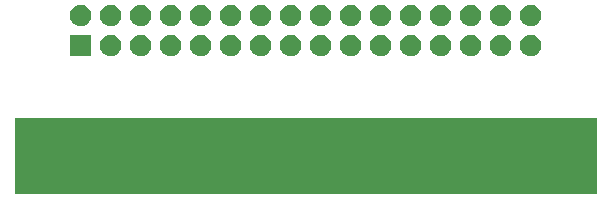
<source format=gbr>
G04 #@! TF.GenerationSoftware,KiCad,Pcbnew,5.1.5-52549c5~84~ubuntu18.04.1*
G04 #@! TF.CreationDate,2020-01-08T15:02:31-08:00*
G04 #@! TF.ProjectId,Breakout,42726561-6b6f-4757-942e-6b696361645f,A*
G04 #@! TF.SameCoordinates,Original*
G04 #@! TF.FileFunction,Soldermask,Top*
G04 #@! TF.FilePolarity,Negative*
%FSLAX46Y46*%
G04 Gerber Fmt 4.6, Leading zero omitted, Abs format (unit mm)*
G04 Created by KiCad (PCBNEW 5.1.5-52549c5~84~ubuntu18.04.1) date 2020-01-08 15:02:31*
%MOMM*%
%LPD*%
G04 APERTURE LIST*
%ADD10C,0.100000*%
G04 APERTURE END LIST*
D10*
G36*
X164300000Y-95700000D02*
G01*
X115100000Y-95700000D01*
X115100000Y-102000000D01*
X164300000Y-102000000D01*
X164300000Y-95700000D01*
G37*
X164300000Y-95700000D02*
X115100000Y-95700000D01*
X115100000Y-102000000D01*
X164300000Y-102000000D01*
X164300000Y-95700000D01*
G36*
X158863512Y-88638927D02*
G01*
X159012812Y-88668624D01*
X159176784Y-88736544D01*
X159324354Y-88835147D01*
X159449853Y-88960646D01*
X159548456Y-89108216D01*
X159616376Y-89272188D01*
X159651000Y-89446259D01*
X159651000Y-89623741D01*
X159616376Y-89797812D01*
X159548456Y-89961784D01*
X159449853Y-90109354D01*
X159324354Y-90234853D01*
X159176784Y-90333456D01*
X159012812Y-90401376D01*
X158863512Y-90431073D01*
X158838742Y-90436000D01*
X158661258Y-90436000D01*
X158636488Y-90431073D01*
X158487188Y-90401376D01*
X158323216Y-90333456D01*
X158175646Y-90234853D01*
X158050147Y-90109354D01*
X157951544Y-89961784D01*
X157883624Y-89797812D01*
X157849000Y-89623741D01*
X157849000Y-89446259D01*
X157883624Y-89272188D01*
X157951544Y-89108216D01*
X158050147Y-88960646D01*
X158175646Y-88835147D01*
X158323216Y-88736544D01*
X158487188Y-88668624D01*
X158636488Y-88638927D01*
X158661258Y-88634000D01*
X158838742Y-88634000D01*
X158863512Y-88638927D01*
G37*
G36*
X138543512Y-88638927D02*
G01*
X138692812Y-88668624D01*
X138856784Y-88736544D01*
X139004354Y-88835147D01*
X139129853Y-88960646D01*
X139228456Y-89108216D01*
X139296376Y-89272188D01*
X139331000Y-89446259D01*
X139331000Y-89623741D01*
X139296376Y-89797812D01*
X139228456Y-89961784D01*
X139129853Y-90109354D01*
X139004354Y-90234853D01*
X138856784Y-90333456D01*
X138692812Y-90401376D01*
X138543512Y-90431073D01*
X138518742Y-90436000D01*
X138341258Y-90436000D01*
X138316488Y-90431073D01*
X138167188Y-90401376D01*
X138003216Y-90333456D01*
X137855646Y-90234853D01*
X137730147Y-90109354D01*
X137631544Y-89961784D01*
X137563624Y-89797812D01*
X137529000Y-89623741D01*
X137529000Y-89446259D01*
X137563624Y-89272188D01*
X137631544Y-89108216D01*
X137730147Y-88960646D01*
X137855646Y-88835147D01*
X138003216Y-88736544D01*
X138167188Y-88668624D01*
X138316488Y-88638927D01*
X138341258Y-88634000D01*
X138518742Y-88634000D01*
X138543512Y-88638927D01*
G37*
G36*
X121551000Y-90436000D02*
G01*
X119749000Y-90436000D01*
X119749000Y-88634000D01*
X121551000Y-88634000D01*
X121551000Y-90436000D01*
G37*
G36*
X123303512Y-88638927D02*
G01*
X123452812Y-88668624D01*
X123616784Y-88736544D01*
X123764354Y-88835147D01*
X123889853Y-88960646D01*
X123988456Y-89108216D01*
X124056376Y-89272188D01*
X124091000Y-89446259D01*
X124091000Y-89623741D01*
X124056376Y-89797812D01*
X123988456Y-89961784D01*
X123889853Y-90109354D01*
X123764354Y-90234853D01*
X123616784Y-90333456D01*
X123452812Y-90401376D01*
X123303512Y-90431073D01*
X123278742Y-90436000D01*
X123101258Y-90436000D01*
X123076488Y-90431073D01*
X122927188Y-90401376D01*
X122763216Y-90333456D01*
X122615646Y-90234853D01*
X122490147Y-90109354D01*
X122391544Y-89961784D01*
X122323624Y-89797812D01*
X122289000Y-89623741D01*
X122289000Y-89446259D01*
X122323624Y-89272188D01*
X122391544Y-89108216D01*
X122490147Y-88960646D01*
X122615646Y-88835147D01*
X122763216Y-88736544D01*
X122927188Y-88668624D01*
X123076488Y-88638927D01*
X123101258Y-88634000D01*
X123278742Y-88634000D01*
X123303512Y-88638927D01*
G37*
G36*
X125843512Y-88638927D02*
G01*
X125992812Y-88668624D01*
X126156784Y-88736544D01*
X126304354Y-88835147D01*
X126429853Y-88960646D01*
X126528456Y-89108216D01*
X126596376Y-89272188D01*
X126631000Y-89446259D01*
X126631000Y-89623741D01*
X126596376Y-89797812D01*
X126528456Y-89961784D01*
X126429853Y-90109354D01*
X126304354Y-90234853D01*
X126156784Y-90333456D01*
X125992812Y-90401376D01*
X125843512Y-90431073D01*
X125818742Y-90436000D01*
X125641258Y-90436000D01*
X125616488Y-90431073D01*
X125467188Y-90401376D01*
X125303216Y-90333456D01*
X125155646Y-90234853D01*
X125030147Y-90109354D01*
X124931544Y-89961784D01*
X124863624Y-89797812D01*
X124829000Y-89623741D01*
X124829000Y-89446259D01*
X124863624Y-89272188D01*
X124931544Y-89108216D01*
X125030147Y-88960646D01*
X125155646Y-88835147D01*
X125303216Y-88736544D01*
X125467188Y-88668624D01*
X125616488Y-88638927D01*
X125641258Y-88634000D01*
X125818742Y-88634000D01*
X125843512Y-88638927D01*
G37*
G36*
X128383512Y-88638927D02*
G01*
X128532812Y-88668624D01*
X128696784Y-88736544D01*
X128844354Y-88835147D01*
X128969853Y-88960646D01*
X129068456Y-89108216D01*
X129136376Y-89272188D01*
X129171000Y-89446259D01*
X129171000Y-89623741D01*
X129136376Y-89797812D01*
X129068456Y-89961784D01*
X128969853Y-90109354D01*
X128844354Y-90234853D01*
X128696784Y-90333456D01*
X128532812Y-90401376D01*
X128383512Y-90431073D01*
X128358742Y-90436000D01*
X128181258Y-90436000D01*
X128156488Y-90431073D01*
X128007188Y-90401376D01*
X127843216Y-90333456D01*
X127695646Y-90234853D01*
X127570147Y-90109354D01*
X127471544Y-89961784D01*
X127403624Y-89797812D01*
X127369000Y-89623741D01*
X127369000Y-89446259D01*
X127403624Y-89272188D01*
X127471544Y-89108216D01*
X127570147Y-88960646D01*
X127695646Y-88835147D01*
X127843216Y-88736544D01*
X128007188Y-88668624D01*
X128156488Y-88638927D01*
X128181258Y-88634000D01*
X128358742Y-88634000D01*
X128383512Y-88638927D01*
G37*
G36*
X130923512Y-88638927D02*
G01*
X131072812Y-88668624D01*
X131236784Y-88736544D01*
X131384354Y-88835147D01*
X131509853Y-88960646D01*
X131608456Y-89108216D01*
X131676376Y-89272188D01*
X131711000Y-89446259D01*
X131711000Y-89623741D01*
X131676376Y-89797812D01*
X131608456Y-89961784D01*
X131509853Y-90109354D01*
X131384354Y-90234853D01*
X131236784Y-90333456D01*
X131072812Y-90401376D01*
X130923512Y-90431073D01*
X130898742Y-90436000D01*
X130721258Y-90436000D01*
X130696488Y-90431073D01*
X130547188Y-90401376D01*
X130383216Y-90333456D01*
X130235646Y-90234853D01*
X130110147Y-90109354D01*
X130011544Y-89961784D01*
X129943624Y-89797812D01*
X129909000Y-89623741D01*
X129909000Y-89446259D01*
X129943624Y-89272188D01*
X130011544Y-89108216D01*
X130110147Y-88960646D01*
X130235646Y-88835147D01*
X130383216Y-88736544D01*
X130547188Y-88668624D01*
X130696488Y-88638927D01*
X130721258Y-88634000D01*
X130898742Y-88634000D01*
X130923512Y-88638927D01*
G37*
G36*
X133463512Y-88638927D02*
G01*
X133612812Y-88668624D01*
X133776784Y-88736544D01*
X133924354Y-88835147D01*
X134049853Y-88960646D01*
X134148456Y-89108216D01*
X134216376Y-89272188D01*
X134251000Y-89446259D01*
X134251000Y-89623741D01*
X134216376Y-89797812D01*
X134148456Y-89961784D01*
X134049853Y-90109354D01*
X133924354Y-90234853D01*
X133776784Y-90333456D01*
X133612812Y-90401376D01*
X133463512Y-90431073D01*
X133438742Y-90436000D01*
X133261258Y-90436000D01*
X133236488Y-90431073D01*
X133087188Y-90401376D01*
X132923216Y-90333456D01*
X132775646Y-90234853D01*
X132650147Y-90109354D01*
X132551544Y-89961784D01*
X132483624Y-89797812D01*
X132449000Y-89623741D01*
X132449000Y-89446259D01*
X132483624Y-89272188D01*
X132551544Y-89108216D01*
X132650147Y-88960646D01*
X132775646Y-88835147D01*
X132923216Y-88736544D01*
X133087188Y-88668624D01*
X133236488Y-88638927D01*
X133261258Y-88634000D01*
X133438742Y-88634000D01*
X133463512Y-88638927D01*
G37*
G36*
X136003512Y-88638927D02*
G01*
X136152812Y-88668624D01*
X136316784Y-88736544D01*
X136464354Y-88835147D01*
X136589853Y-88960646D01*
X136688456Y-89108216D01*
X136756376Y-89272188D01*
X136791000Y-89446259D01*
X136791000Y-89623741D01*
X136756376Y-89797812D01*
X136688456Y-89961784D01*
X136589853Y-90109354D01*
X136464354Y-90234853D01*
X136316784Y-90333456D01*
X136152812Y-90401376D01*
X136003512Y-90431073D01*
X135978742Y-90436000D01*
X135801258Y-90436000D01*
X135776488Y-90431073D01*
X135627188Y-90401376D01*
X135463216Y-90333456D01*
X135315646Y-90234853D01*
X135190147Y-90109354D01*
X135091544Y-89961784D01*
X135023624Y-89797812D01*
X134989000Y-89623741D01*
X134989000Y-89446259D01*
X135023624Y-89272188D01*
X135091544Y-89108216D01*
X135190147Y-88960646D01*
X135315646Y-88835147D01*
X135463216Y-88736544D01*
X135627188Y-88668624D01*
X135776488Y-88638927D01*
X135801258Y-88634000D01*
X135978742Y-88634000D01*
X136003512Y-88638927D01*
G37*
G36*
X141083512Y-88638927D02*
G01*
X141232812Y-88668624D01*
X141396784Y-88736544D01*
X141544354Y-88835147D01*
X141669853Y-88960646D01*
X141768456Y-89108216D01*
X141836376Y-89272188D01*
X141871000Y-89446259D01*
X141871000Y-89623741D01*
X141836376Y-89797812D01*
X141768456Y-89961784D01*
X141669853Y-90109354D01*
X141544354Y-90234853D01*
X141396784Y-90333456D01*
X141232812Y-90401376D01*
X141083512Y-90431073D01*
X141058742Y-90436000D01*
X140881258Y-90436000D01*
X140856488Y-90431073D01*
X140707188Y-90401376D01*
X140543216Y-90333456D01*
X140395646Y-90234853D01*
X140270147Y-90109354D01*
X140171544Y-89961784D01*
X140103624Y-89797812D01*
X140069000Y-89623741D01*
X140069000Y-89446259D01*
X140103624Y-89272188D01*
X140171544Y-89108216D01*
X140270147Y-88960646D01*
X140395646Y-88835147D01*
X140543216Y-88736544D01*
X140707188Y-88668624D01*
X140856488Y-88638927D01*
X140881258Y-88634000D01*
X141058742Y-88634000D01*
X141083512Y-88638927D01*
G37*
G36*
X143623512Y-88638927D02*
G01*
X143772812Y-88668624D01*
X143936784Y-88736544D01*
X144084354Y-88835147D01*
X144209853Y-88960646D01*
X144308456Y-89108216D01*
X144376376Y-89272188D01*
X144411000Y-89446259D01*
X144411000Y-89623741D01*
X144376376Y-89797812D01*
X144308456Y-89961784D01*
X144209853Y-90109354D01*
X144084354Y-90234853D01*
X143936784Y-90333456D01*
X143772812Y-90401376D01*
X143623512Y-90431073D01*
X143598742Y-90436000D01*
X143421258Y-90436000D01*
X143396488Y-90431073D01*
X143247188Y-90401376D01*
X143083216Y-90333456D01*
X142935646Y-90234853D01*
X142810147Y-90109354D01*
X142711544Y-89961784D01*
X142643624Y-89797812D01*
X142609000Y-89623741D01*
X142609000Y-89446259D01*
X142643624Y-89272188D01*
X142711544Y-89108216D01*
X142810147Y-88960646D01*
X142935646Y-88835147D01*
X143083216Y-88736544D01*
X143247188Y-88668624D01*
X143396488Y-88638927D01*
X143421258Y-88634000D01*
X143598742Y-88634000D01*
X143623512Y-88638927D01*
G37*
G36*
X146163512Y-88638927D02*
G01*
X146312812Y-88668624D01*
X146476784Y-88736544D01*
X146624354Y-88835147D01*
X146749853Y-88960646D01*
X146848456Y-89108216D01*
X146916376Y-89272188D01*
X146951000Y-89446259D01*
X146951000Y-89623741D01*
X146916376Y-89797812D01*
X146848456Y-89961784D01*
X146749853Y-90109354D01*
X146624354Y-90234853D01*
X146476784Y-90333456D01*
X146312812Y-90401376D01*
X146163512Y-90431073D01*
X146138742Y-90436000D01*
X145961258Y-90436000D01*
X145936488Y-90431073D01*
X145787188Y-90401376D01*
X145623216Y-90333456D01*
X145475646Y-90234853D01*
X145350147Y-90109354D01*
X145251544Y-89961784D01*
X145183624Y-89797812D01*
X145149000Y-89623741D01*
X145149000Y-89446259D01*
X145183624Y-89272188D01*
X145251544Y-89108216D01*
X145350147Y-88960646D01*
X145475646Y-88835147D01*
X145623216Y-88736544D01*
X145787188Y-88668624D01*
X145936488Y-88638927D01*
X145961258Y-88634000D01*
X146138742Y-88634000D01*
X146163512Y-88638927D01*
G37*
G36*
X148703512Y-88638927D02*
G01*
X148852812Y-88668624D01*
X149016784Y-88736544D01*
X149164354Y-88835147D01*
X149289853Y-88960646D01*
X149388456Y-89108216D01*
X149456376Y-89272188D01*
X149491000Y-89446259D01*
X149491000Y-89623741D01*
X149456376Y-89797812D01*
X149388456Y-89961784D01*
X149289853Y-90109354D01*
X149164354Y-90234853D01*
X149016784Y-90333456D01*
X148852812Y-90401376D01*
X148703512Y-90431073D01*
X148678742Y-90436000D01*
X148501258Y-90436000D01*
X148476488Y-90431073D01*
X148327188Y-90401376D01*
X148163216Y-90333456D01*
X148015646Y-90234853D01*
X147890147Y-90109354D01*
X147791544Y-89961784D01*
X147723624Y-89797812D01*
X147689000Y-89623741D01*
X147689000Y-89446259D01*
X147723624Y-89272188D01*
X147791544Y-89108216D01*
X147890147Y-88960646D01*
X148015646Y-88835147D01*
X148163216Y-88736544D01*
X148327188Y-88668624D01*
X148476488Y-88638927D01*
X148501258Y-88634000D01*
X148678742Y-88634000D01*
X148703512Y-88638927D01*
G37*
G36*
X151243512Y-88638927D02*
G01*
X151392812Y-88668624D01*
X151556784Y-88736544D01*
X151704354Y-88835147D01*
X151829853Y-88960646D01*
X151928456Y-89108216D01*
X151996376Y-89272188D01*
X152031000Y-89446259D01*
X152031000Y-89623741D01*
X151996376Y-89797812D01*
X151928456Y-89961784D01*
X151829853Y-90109354D01*
X151704354Y-90234853D01*
X151556784Y-90333456D01*
X151392812Y-90401376D01*
X151243512Y-90431073D01*
X151218742Y-90436000D01*
X151041258Y-90436000D01*
X151016488Y-90431073D01*
X150867188Y-90401376D01*
X150703216Y-90333456D01*
X150555646Y-90234853D01*
X150430147Y-90109354D01*
X150331544Y-89961784D01*
X150263624Y-89797812D01*
X150229000Y-89623741D01*
X150229000Y-89446259D01*
X150263624Y-89272188D01*
X150331544Y-89108216D01*
X150430147Y-88960646D01*
X150555646Y-88835147D01*
X150703216Y-88736544D01*
X150867188Y-88668624D01*
X151016488Y-88638927D01*
X151041258Y-88634000D01*
X151218742Y-88634000D01*
X151243512Y-88638927D01*
G37*
G36*
X153783512Y-88638927D02*
G01*
X153932812Y-88668624D01*
X154096784Y-88736544D01*
X154244354Y-88835147D01*
X154369853Y-88960646D01*
X154468456Y-89108216D01*
X154536376Y-89272188D01*
X154571000Y-89446259D01*
X154571000Y-89623741D01*
X154536376Y-89797812D01*
X154468456Y-89961784D01*
X154369853Y-90109354D01*
X154244354Y-90234853D01*
X154096784Y-90333456D01*
X153932812Y-90401376D01*
X153783512Y-90431073D01*
X153758742Y-90436000D01*
X153581258Y-90436000D01*
X153556488Y-90431073D01*
X153407188Y-90401376D01*
X153243216Y-90333456D01*
X153095646Y-90234853D01*
X152970147Y-90109354D01*
X152871544Y-89961784D01*
X152803624Y-89797812D01*
X152769000Y-89623741D01*
X152769000Y-89446259D01*
X152803624Y-89272188D01*
X152871544Y-89108216D01*
X152970147Y-88960646D01*
X153095646Y-88835147D01*
X153243216Y-88736544D01*
X153407188Y-88668624D01*
X153556488Y-88638927D01*
X153581258Y-88634000D01*
X153758742Y-88634000D01*
X153783512Y-88638927D01*
G37*
G36*
X156323512Y-88638927D02*
G01*
X156472812Y-88668624D01*
X156636784Y-88736544D01*
X156784354Y-88835147D01*
X156909853Y-88960646D01*
X157008456Y-89108216D01*
X157076376Y-89272188D01*
X157111000Y-89446259D01*
X157111000Y-89623741D01*
X157076376Y-89797812D01*
X157008456Y-89961784D01*
X156909853Y-90109354D01*
X156784354Y-90234853D01*
X156636784Y-90333456D01*
X156472812Y-90401376D01*
X156323512Y-90431073D01*
X156298742Y-90436000D01*
X156121258Y-90436000D01*
X156096488Y-90431073D01*
X155947188Y-90401376D01*
X155783216Y-90333456D01*
X155635646Y-90234853D01*
X155510147Y-90109354D01*
X155411544Y-89961784D01*
X155343624Y-89797812D01*
X155309000Y-89623741D01*
X155309000Y-89446259D01*
X155343624Y-89272188D01*
X155411544Y-89108216D01*
X155510147Y-88960646D01*
X155635646Y-88835147D01*
X155783216Y-88736544D01*
X155947188Y-88668624D01*
X156096488Y-88638927D01*
X156121258Y-88634000D01*
X156298742Y-88634000D01*
X156323512Y-88638927D01*
G37*
G36*
X156323512Y-86098927D02*
G01*
X156472812Y-86128624D01*
X156636784Y-86196544D01*
X156784354Y-86295147D01*
X156909853Y-86420646D01*
X157008456Y-86568216D01*
X157076376Y-86732188D01*
X157111000Y-86906259D01*
X157111000Y-87083741D01*
X157076376Y-87257812D01*
X157008456Y-87421784D01*
X156909853Y-87569354D01*
X156784354Y-87694853D01*
X156636784Y-87793456D01*
X156472812Y-87861376D01*
X156323512Y-87891073D01*
X156298742Y-87896000D01*
X156121258Y-87896000D01*
X156096488Y-87891073D01*
X155947188Y-87861376D01*
X155783216Y-87793456D01*
X155635646Y-87694853D01*
X155510147Y-87569354D01*
X155411544Y-87421784D01*
X155343624Y-87257812D01*
X155309000Y-87083741D01*
X155309000Y-86906259D01*
X155343624Y-86732188D01*
X155411544Y-86568216D01*
X155510147Y-86420646D01*
X155635646Y-86295147D01*
X155783216Y-86196544D01*
X155947188Y-86128624D01*
X156096488Y-86098927D01*
X156121258Y-86094000D01*
X156298742Y-86094000D01*
X156323512Y-86098927D01*
G37*
G36*
X158863512Y-86098927D02*
G01*
X159012812Y-86128624D01*
X159176784Y-86196544D01*
X159324354Y-86295147D01*
X159449853Y-86420646D01*
X159548456Y-86568216D01*
X159616376Y-86732188D01*
X159651000Y-86906259D01*
X159651000Y-87083741D01*
X159616376Y-87257812D01*
X159548456Y-87421784D01*
X159449853Y-87569354D01*
X159324354Y-87694853D01*
X159176784Y-87793456D01*
X159012812Y-87861376D01*
X158863512Y-87891073D01*
X158838742Y-87896000D01*
X158661258Y-87896000D01*
X158636488Y-87891073D01*
X158487188Y-87861376D01*
X158323216Y-87793456D01*
X158175646Y-87694853D01*
X158050147Y-87569354D01*
X157951544Y-87421784D01*
X157883624Y-87257812D01*
X157849000Y-87083741D01*
X157849000Y-86906259D01*
X157883624Y-86732188D01*
X157951544Y-86568216D01*
X158050147Y-86420646D01*
X158175646Y-86295147D01*
X158323216Y-86196544D01*
X158487188Y-86128624D01*
X158636488Y-86098927D01*
X158661258Y-86094000D01*
X158838742Y-86094000D01*
X158863512Y-86098927D01*
G37*
G36*
X146163512Y-86098927D02*
G01*
X146312812Y-86128624D01*
X146476784Y-86196544D01*
X146624354Y-86295147D01*
X146749853Y-86420646D01*
X146848456Y-86568216D01*
X146916376Y-86732188D01*
X146951000Y-86906259D01*
X146951000Y-87083741D01*
X146916376Y-87257812D01*
X146848456Y-87421784D01*
X146749853Y-87569354D01*
X146624354Y-87694853D01*
X146476784Y-87793456D01*
X146312812Y-87861376D01*
X146163512Y-87891073D01*
X146138742Y-87896000D01*
X145961258Y-87896000D01*
X145936488Y-87891073D01*
X145787188Y-87861376D01*
X145623216Y-87793456D01*
X145475646Y-87694853D01*
X145350147Y-87569354D01*
X145251544Y-87421784D01*
X145183624Y-87257812D01*
X145149000Y-87083741D01*
X145149000Y-86906259D01*
X145183624Y-86732188D01*
X145251544Y-86568216D01*
X145350147Y-86420646D01*
X145475646Y-86295147D01*
X145623216Y-86196544D01*
X145787188Y-86128624D01*
X145936488Y-86098927D01*
X145961258Y-86094000D01*
X146138742Y-86094000D01*
X146163512Y-86098927D01*
G37*
G36*
X151243512Y-86098927D02*
G01*
X151392812Y-86128624D01*
X151556784Y-86196544D01*
X151704354Y-86295147D01*
X151829853Y-86420646D01*
X151928456Y-86568216D01*
X151996376Y-86732188D01*
X152031000Y-86906259D01*
X152031000Y-87083741D01*
X151996376Y-87257812D01*
X151928456Y-87421784D01*
X151829853Y-87569354D01*
X151704354Y-87694853D01*
X151556784Y-87793456D01*
X151392812Y-87861376D01*
X151243512Y-87891073D01*
X151218742Y-87896000D01*
X151041258Y-87896000D01*
X151016488Y-87891073D01*
X150867188Y-87861376D01*
X150703216Y-87793456D01*
X150555646Y-87694853D01*
X150430147Y-87569354D01*
X150331544Y-87421784D01*
X150263624Y-87257812D01*
X150229000Y-87083741D01*
X150229000Y-86906259D01*
X150263624Y-86732188D01*
X150331544Y-86568216D01*
X150430147Y-86420646D01*
X150555646Y-86295147D01*
X150703216Y-86196544D01*
X150867188Y-86128624D01*
X151016488Y-86098927D01*
X151041258Y-86094000D01*
X151218742Y-86094000D01*
X151243512Y-86098927D01*
G37*
G36*
X153783512Y-86098927D02*
G01*
X153932812Y-86128624D01*
X154096784Y-86196544D01*
X154244354Y-86295147D01*
X154369853Y-86420646D01*
X154468456Y-86568216D01*
X154536376Y-86732188D01*
X154571000Y-86906259D01*
X154571000Y-87083741D01*
X154536376Y-87257812D01*
X154468456Y-87421784D01*
X154369853Y-87569354D01*
X154244354Y-87694853D01*
X154096784Y-87793456D01*
X153932812Y-87861376D01*
X153783512Y-87891073D01*
X153758742Y-87896000D01*
X153581258Y-87896000D01*
X153556488Y-87891073D01*
X153407188Y-87861376D01*
X153243216Y-87793456D01*
X153095646Y-87694853D01*
X152970147Y-87569354D01*
X152871544Y-87421784D01*
X152803624Y-87257812D01*
X152769000Y-87083741D01*
X152769000Y-86906259D01*
X152803624Y-86732188D01*
X152871544Y-86568216D01*
X152970147Y-86420646D01*
X153095646Y-86295147D01*
X153243216Y-86196544D01*
X153407188Y-86128624D01*
X153556488Y-86098927D01*
X153581258Y-86094000D01*
X153758742Y-86094000D01*
X153783512Y-86098927D01*
G37*
G36*
X120763512Y-86098927D02*
G01*
X120912812Y-86128624D01*
X121076784Y-86196544D01*
X121224354Y-86295147D01*
X121349853Y-86420646D01*
X121448456Y-86568216D01*
X121516376Y-86732188D01*
X121551000Y-86906259D01*
X121551000Y-87083741D01*
X121516376Y-87257812D01*
X121448456Y-87421784D01*
X121349853Y-87569354D01*
X121224354Y-87694853D01*
X121076784Y-87793456D01*
X120912812Y-87861376D01*
X120763512Y-87891073D01*
X120738742Y-87896000D01*
X120561258Y-87896000D01*
X120536488Y-87891073D01*
X120387188Y-87861376D01*
X120223216Y-87793456D01*
X120075646Y-87694853D01*
X119950147Y-87569354D01*
X119851544Y-87421784D01*
X119783624Y-87257812D01*
X119749000Y-87083741D01*
X119749000Y-86906259D01*
X119783624Y-86732188D01*
X119851544Y-86568216D01*
X119950147Y-86420646D01*
X120075646Y-86295147D01*
X120223216Y-86196544D01*
X120387188Y-86128624D01*
X120536488Y-86098927D01*
X120561258Y-86094000D01*
X120738742Y-86094000D01*
X120763512Y-86098927D01*
G37*
G36*
X143623512Y-86098927D02*
G01*
X143772812Y-86128624D01*
X143936784Y-86196544D01*
X144084354Y-86295147D01*
X144209853Y-86420646D01*
X144308456Y-86568216D01*
X144376376Y-86732188D01*
X144411000Y-86906259D01*
X144411000Y-87083741D01*
X144376376Y-87257812D01*
X144308456Y-87421784D01*
X144209853Y-87569354D01*
X144084354Y-87694853D01*
X143936784Y-87793456D01*
X143772812Y-87861376D01*
X143623512Y-87891073D01*
X143598742Y-87896000D01*
X143421258Y-87896000D01*
X143396488Y-87891073D01*
X143247188Y-87861376D01*
X143083216Y-87793456D01*
X142935646Y-87694853D01*
X142810147Y-87569354D01*
X142711544Y-87421784D01*
X142643624Y-87257812D01*
X142609000Y-87083741D01*
X142609000Y-86906259D01*
X142643624Y-86732188D01*
X142711544Y-86568216D01*
X142810147Y-86420646D01*
X142935646Y-86295147D01*
X143083216Y-86196544D01*
X143247188Y-86128624D01*
X143396488Y-86098927D01*
X143421258Y-86094000D01*
X143598742Y-86094000D01*
X143623512Y-86098927D01*
G37*
G36*
X123303512Y-86098927D02*
G01*
X123452812Y-86128624D01*
X123616784Y-86196544D01*
X123764354Y-86295147D01*
X123889853Y-86420646D01*
X123988456Y-86568216D01*
X124056376Y-86732188D01*
X124091000Y-86906259D01*
X124091000Y-87083741D01*
X124056376Y-87257812D01*
X123988456Y-87421784D01*
X123889853Y-87569354D01*
X123764354Y-87694853D01*
X123616784Y-87793456D01*
X123452812Y-87861376D01*
X123303512Y-87891073D01*
X123278742Y-87896000D01*
X123101258Y-87896000D01*
X123076488Y-87891073D01*
X122927188Y-87861376D01*
X122763216Y-87793456D01*
X122615646Y-87694853D01*
X122490147Y-87569354D01*
X122391544Y-87421784D01*
X122323624Y-87257812D01*
X122289000Y-87083741D01*
X122289000Y-86906259D01*
X122323624Y-86732188D01*
X122391544Y-86568216D01*
X122490147Y-86420646D01*
X122615646Y-86295147D01*
X122763216Y-86196544D01*
X122927188Y-86128624D01*
X123076488Y-86098927D01*
X123101258Y-86094000D01*
X123278742Y-86094000D01*
X123303512Y-86098927D01*
G37*
G36*
X141083512Y-86098927D02*
G01*
X141232812Y-86128624D01*
X141396784Y-86196544D01*
X141544354Y-86295147D01*
X141669853Y-86420646D01*
X141768456Y-86568216D01*
X141836376Y-86732188D01*
X141871000Y-86906259D01*
X141871000Y-87083741D01*
X141836376Y-87257812D01*
X141768456Y-87421784D01*
X141669853Y-87569354D01*
X141544354Y-87694853D01*
X141396784Y-87793456D01*
X141232812Y-87861376D01*
X141083512Y-87891073D01*
X141058742Y-87896000D01*
X140881258Y-87896000D01*
X140856488Y-87891073D01*
X140707188Y-87861376D01*
X140543216Y-87793456D01*
X140395646Y-87694853D01*
X140270147Y-87569354D01*
X140171544Y-87421784D01*
X140103624Y-87257812D01*
X140069000Y-87083741D01*
X140069000Y-86906259D01*
X140103624Y-86732188D01*
X140171544Y-86568216D01*
X140270147Y-86420646D01*
X140395646Y-86295147D01*
X140543216Y-86196544D01*
X140707188Y-86128624D01*
X140856488Y-86098927D01*
X140881258Y-86094000D01*
X141058742Y-86094000D01*
X141083512Y-86098927D01*
G37*
G36*
X125843512Y-86098927D02*
G01*
X125992812Y-86128624D01*
X126156784Y-86196544D01*
X126304354Y-86295147D01*
X126429853Y-86420646D01*
X126528456Y-86568216D01*
X126596376Y-86732188D01*
X126631000Y-86906259D01*
X126631000Y-87083741D01*
X126596376Y-87257812D01*
X126528456Y-87421784D01*
X126429853Y-87569354D01*
X126304354Y-87694853D01*
X126156784Y-87793456D01*
X125992812Y-87861376D01*
X125843512Y-87891073D01*
X125818742Y-87896000D01*
X125641258Y-87896000D01*
X125616488Y-87891073D01*
X125467188Y-87861376D01*
X125303216Y-87793456D01*
X125155646Y-87694853D01*
X125030147Y-87569354D01*
X124931544Y-87421784D01*
X124863624Y-87257812D01*
X124829000Y-87083741D01*
X124829000Y-86906259D01*
X124863624Y-86732188D01*
X124931544Y-86568216D01*
X125030147Y-86420646D01*
X125155646Y-86295147D01*
X125303216Y-86196544D01*
X125467188Y-86128624D01*
X125616488Y-86098927D01*
X125641258Y-86094000D01*
X125818742Y-86094000D01*
X125843512Y-86098927D01*
G37*
G36*
X138543512Y-86098927D02*
G01*
X138692812Y-86128624D01*
X138856784Y-86196544D01*
X139004354Y-86295147D01*
X139129853Y-86420646D01*
X139228456Y-86568216D01*
X139296376Y-86732188D01*
X139331000Y-86906259D01*
X139331000Y-87083741D01*
X139296376Y-87257812D01*
X139228456Y-87421784D01*
X139129853Y-87569354D01*
X139004354Y-87694853D01*
X138856784Y-87793456D01*
X138692812Y-87861376D01*
X138543512Y-87891073D01*
X138518742Y-87896000D01*
X138341258Y-87896000D01*
X138316488Y-87891073D01*
X138167188Y-87861376D01*
X138003216Y-87793456D01*
X137855646Y-87694853D01*
X137730147Y-87569354D01*
X137631544Y-87421784D01*
X137563624Y-87257812D01*
X137529000Y-87083741D01*
X137529000Y-86906259D01*
X137563624Y-86732188D01*
X137631544Y-86568216D01*
X137730147Y-86420646D01*
X137855646Y-86295147D01*
X138003216Y-86196544D01*
X138167188Y-86128624D01*
X138316488Y-86098927D01*
X138341258Y-86094000D01*
X138518742Y-86094000D01*
X138543512Y-86098927D01*
G37*
G36*
X128383512Y-86098927D02*
G01*
X128532812Y-86128624D01*
X128696784Y-86196544D01*
X128844354Y-86295147D01*
X128969853Y-86420646D01*
X129068456Y-86568216D01*
X129136376Y-86732188D01*
X129171000Y-86906259D01*
X129171000Y-87083741D01*
X129136376Y-87257812D01*
X129068456Y-87421784D01*
X128969853Y-87569354D01*
X128844354Y-87694853D01*
X128696784Y-87793456D01*
X128532812Y-87861376D01*
X128383512Y-87891073D01*
X128358742Y-87896000D01*
X128181258Y-87896000D01*
X128156488Y-87891073D01*
X128007188Y-87861376D01*
X127843216Y-87793456D01*
X127695646Y-87694853D01*
X127570147Y-87569354D01*
X127471544Y-87421784D01*
X127403624Y-87257812D01*
X127369000Y-87083741D01*
X127369000Y-86906259D01*
X127403624Y-86732188D01*
X127471544Y-86568216D01*
X127570147Y-86420646D01*
X127695646Y-86295147D01*
X127843216Y-86196544D01*
X128007188Y-86128624D01*
X128156488Y-86098927D01*
X128181258Y-86094000D01*
X128358742Y-86094000D01*
X128383512Y-86098927D01*
G37*
G36*
X136003512Y-86098927D02*
G01*
X136152812Y-86128624D01*
X136316784Y-86196544D01*
X136464354Y-86295147D01*
X136589853Y-86420646D01*
X136688456Y-86568216D01*
X136756376Y-86732188D01*
X136791000Y-86906259D01*
X136791000Y-87083741D01*
X136756376Y-87257812D01*
X136688456Y-87421784D01*
X136589853Y-87569354D01*
X136464354Y-87694853D01*
X136316784Y-87793456D01*
X136152812Y-87861376D01*
X136003512Y-87891073D01*
X135978742Y-87896000D01*
X135801258Y-87896000D01*
X135776488Y-87891073D01*
X135627188Y-87861376D01*
X135463216Y-87793456D01*
X135315646Y-87694853D01*
X135190147Y-87569354D01*
X135091544Y-87421784D01*
X135023624Y-87257812D01*
X134989000Y-87083741D01*
X134989000Y-86906259D01*
X135023624Y-86732188D01*
X135091544Y-86568216D01*
X135190147Y-86420646D01*
X135315646Y-86295147D01*
X135463216Y-86196544D01*
X135627188Y-86128624D01*
X135776488Y-86098927D01*
X135801258Y-86094000D01*
X135978742Y-86094000D01*
X136003512Y-86098927D01*
G37*
G36*
X148703512Y-86098927D02*
G01*
X148852812Y-86128624D01*
X149016784Y-86196544D01*
X149164354Y-86295147D01*
X149289853Y-86420646D01*
X149388456Y-86568216D01*
X149456376Y-86732188D01*
X149491000Y-86906259D01*
X149491000Y-87083741D01*
X149456376Y-87257812D01*
X149388456Y-87421784D01*
X149289853Y-87569354D01*
X149164354Y-87694853D01*
X149016784Y-87793456D01*
X148852812Y-87861376D01*
X148703512Y-87891073D01*
X148678742Y-87896000D01*
X148501258Y-87896000D01*
X148476488Y-87891073D01*
X148327188Y-87861376D01*
X148163216Y-87793456D01*
X148015646Y-87694853D01*
X147890147Y-87569354D01*
X147791544Y-87421784D01*
X147723624Y-87257812D01*
X147689000Y-87083741D01*
X147689000Y-86906259D01*
X147723624Y-86732188D01*
X147791544Y-86568216D01*
X147890147Y-86420646D01*
X148015646Y-86295147D01*
X148163216Y-86196544D01*
X148327188Y-86128624D01*
X148476488Y-86098927D01*
X148501258Y-86094000D01*
X148678742Y-86094000D01*
X148703512Y-86098927D01*
G37*
G36*
X133463512Y-86098927D02*
G01*
X133612812Y-86128624D01*
X133776784Y-86196544D01*
X133924354Y-86295147D01*
X134049853Y-86420646D01*
X134148456Y-86568216D01*
X134216376Y-86732188D01*
X134251000Y-86906259D01*
X134251000Y-87083741D01*
X134216376Y-87257812D01*
X134148456Y-87421784D01*
X134049853Y-87569354D01*
X133924354Y-87694853D01*
X133776784Y-87793456D01*
X133612812Y-87861376D01*
X133463512Y-87891073D01*
X133438742Y-87896000D01*
X133261258Y-87896000D01*
X133236488Y-87891073D01*
X133087188Y-87861376D01*
X132923216Y-87793456D01*
X132775646Y-87694853D01*
X132650147Y-87569354D01*
X132551544Y-87421784D01*
X132483624Y-87257812D01*
X132449000Y-87083741D01*
X132449000Y-86906259D01*
X132483624Y-86732188D01*
X132551544Y-86568216D01*
X132650147Y-86420646D01*
X132775646Y-86295147D01*
X132923216Y-86196544D01*
X133087188Y-86128624D01*
X133236488Y-86098927D01*
X133261258Y-86094000D01*
X133438742Y-86094000D01*
X133463512Y-86098927D01*
G37*
G36*
X130923512Y-86098927D02*
G01*
X131072812Y-86128624D01*
X131236784Y-86196544D01*
X131384354Y-86295147D01*
X131509853Y-86420646D01*
X131608456Y-86568216D01*
X131676376Y-86732188D01*
X131711000Y-86906259D01*
X131711000Y-87083741D01*
X131676376Y-87257812D01*
X131608456Y-87421784D01*
X131509853Y-87569354D01*
X131384354Y-87694853D01*
X131236784Y-87793456D01*
X131072812Y-87861376D01*
X130923512Y-87891073D01*
X130898742Y-87896000D01*
X130721258Y-87896000D01*
X130696488Y-87891073D01*
X130547188Y-87861376D01*
X130383216Y-87793456D01*
X130235646Y-87694853D01*
X130110147Y-87569354D01*
X130011544Y-87421784D01*
X129943624Y-87257812D01*
X129909000Y-87083741D01*
X129909000Y-86906259D01*
X129943624Y-86732188D01*
X130011544Y-86568216D01*
X130110147Y-86420646D01*
X130235646Y-86295147D01*
X130383216Y-86196544D01*
X130547188Y-86128624D01*
X130696488Y-86098927D01*
X130721258Y-86094000D01*
X130898742Y-86094000D01*
X130923512Y-86098927D01*
G37*
M02*

</source>
